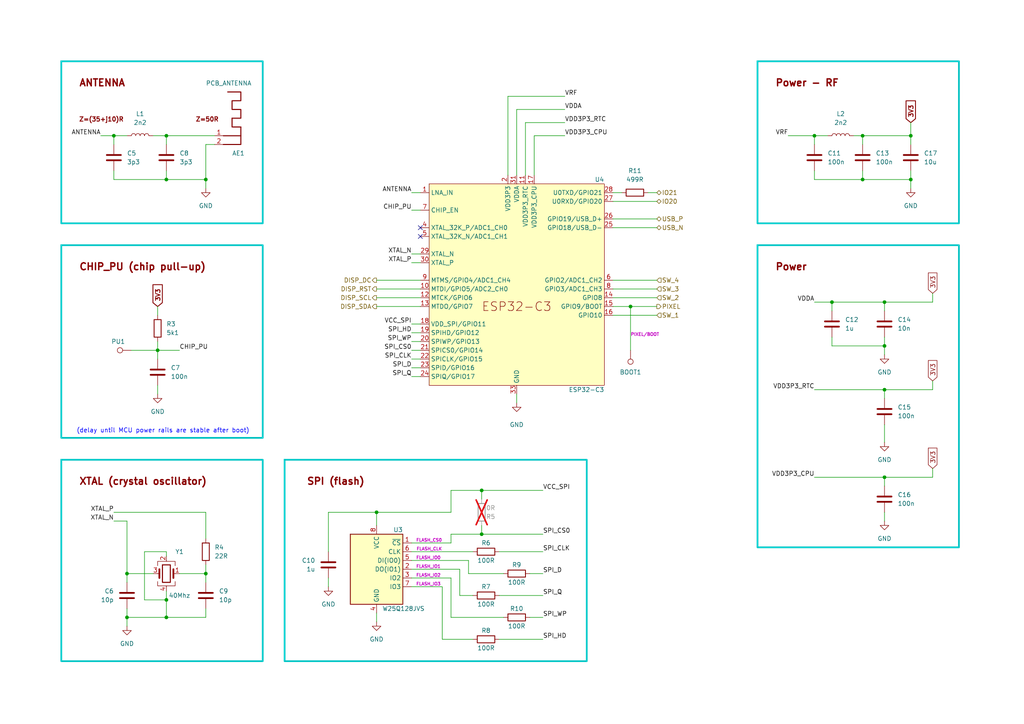
<source format=kicad_sch>
(kicad_sch (version 20230121) (generator eeschema)
  (paper "A4")
  (title_block (title "Firefly Pixie") (date "2023-10-24") (rev "rev.4.3"))
  (lib_symbols
    (symbol "Connector:TestPoint" (pin_numbers hide) (pin_names (offset 0.762) hide)
      (property "Reference" "TP" (at 0 6.858 0))
      (property "Value" "TestPoint" (at 0 5.08 0))
      (symbol "TestPoint_0_1"
        (circle (center 0 3.302) (radius 0.762))
      )
      (symbol "TestPoint_1_1"
        (pin passive line (at 0 0 90) (length 2.54) (name "1") (number "1"))
      )
    )
    (symbol "Device:C" (pin_numbers hide) (pin_names (offset 0.254))
      (property "Reference" "C" (at 0.635 2.54 0))
      (property "Value" "C" (at 0.635 -2.54 0))
      (symbol "C_0_1"
        (polyline (pts (xy -2.032 -0.762) (xy 2.032 -0.762)) (stroke (width 0.508)))
        (polyline (pts (xy -2.032 0.762) (xy 2.032 0.762)) (stroke (width 0.508)))
      )
      (symbol "C_1_1"
        (pin passive line (at 0 3.81 270) (length 2.794) (name "~") (number "1"))
        (pin passive line (at 0 -3.81 90) (length 2.794) (name "~") (number "2"))
      )
    )
    (symbol "Device:Crystal_GND24" (pin_names (offset 1.016) hide)
      (property "Reference" "Y" (at 3.175 5.08 0))
      (property "Value" "Crystal_GND24" (at 3.175 3.175 0))
      (symbol "Crystal_GND24_0_1"
        (rectangle (start -1.143 2.54) (end 1.143 -2.54) (stroke (width 0.3048)))
        (polyline (pts (xy -2.54 0) (xy -2.032 0)))
        (polyline (pts (xy -2.032 -1.27) (xy -2.032 1.27)) (stroke (width 0.508)))
        (polyline (pts (xy 0 -3.81) (xy 0 -3.556)))
        (polyline (pts (xy 0 3.556) (xy 0 3.81)))
        (polyline (pts (xy 2.032 -1.27) (xy 2.032 1.27)) (stroke (width 0.508)))
        (polyline (pts (xy 2.032 0) (xy 2.54 0)))
        (polyline (pts (xy -2.54 -2.286) (xy -2.54 -3.556) (xy 2.54 -3.556) (xy 2.54 -2.286)))
        (polyline (pts (xy -2.54 2.286) (xy -2.54 3.556) (xy 2.54 3.556) (xy 2.54 2.286)))
      )
      (symbol "Crystal_GND24_1_1"
        (pin passive line (at -3.81 0 0) (length 1.27) (name "1") (number "1"))
        (pin passive line (at 0 5.08 270) (length 1.27) (name "2") (number "2"))
        (pin passive line (at 3.81 0 180) (length 1.27) (name "3") (number "3"))
        (pin passive line (at 0 -5.08 90) (length 1.27) (name "4") (number "4"))
      )
    )
    (symbol "Device:L" (pin_numbers hide) (pin_names (offset 1.016) hide)
      (property "Reference" "L" (at -1.27 0 90))
      (property "Value" "L" (at 1.905 0 90))
      (symbol "L_0_1"
        (arc (start 0 -2.54) (mid 0.6323 -1.905) (end 0 -1.27))
        (arc (start 0 -1.27) (mid 0.6323 -0.635) (end 0 0))
        (arc (start 0 0) (mid 0.6323 0.635) (end 0 1.27))
        (arc (start 0 1.27) (mid 0.6323 1.905) (end 0 2.54))
      )
      (symbol "L_1_1"
        (pin passive line (at 0 3.81 270) (length 1.27) (name "1") (number "1"))
        (pin passive line (at 0 -3.81 90) (length 1.27) (name "2") (number "2"))
      )
    )
    (symbol "Device:R" (pin_numbers hide) (pin_names (offset 0))
      (property "Reference" "R" (at 2.032 0 90))
      (property "Value" "R" (at 0 0 90))
      (symbol "R_0_1"
        (rectangle (start -1.016 -2.54) (end 1.016 2.54) (stroke (width 0.254)))
      )
      (symbol "R_1_1"
        (pin passive line (at 0 3.81 270) (length 1.27) (name "~") (number "1"))
        (pin passive line (at 0 -3.81 90) (length 1.27) (name "~") (number "2"))
      )
    )
    (symbol "Firefly:PCB_ANTENNA" (in_bom no)
      (property "Reference" "AE" (at 0 0 0))
      (property "Value" "PCB_ANTENNA" (at 0 0 0))
      (symbol "PCB_ANTENNA_0_1"
        (polyline (pts (xy 0 -6.35) (xy -5.08 -6.35)) (stroke (width 0.3)))
        (polyline (pts (xy -2.54 -1.27) (xy -2.54 -3.81) (xy 0 -3.81)) (stroke (width 0.3)))
        (polyline (pts (xy 0 -3.81) (xy 0 -6.35) (xy 0 -8.89) (xy -5.08 -8.89)) (stroke (width 0.3)))
        (polyline (pts (xy -3.81 6.35) (xy 0 6.35) (xy 0 3.81) (xy -2.54 3.81) (xy -2.54 1.27) (xy 0 1.27) (xy 0 -1.27) (xy -2.54 -1.27)) (stroke (width 0.3)))
      )
      (symbol "PCB_ANTENNA_1_1"
        (pin input line (at -7.62 -6.35 0) (length 2.54) (name "") (number "1"))
        (pin input line (at -7.62 -8.89 0) (length 2.54) (name "") (number "2"))
      )
    )
    (symbol "Memory_Flash:W25Q128JVS"
      (property "Reference" "U" (at -8.89 8.89 0))
      (property "Value" "W25Q128JVS" (at 7.62 8.89 0))
      (symbol "W25Q128JVS_0_1"
        (rectangle (start -7.62 10.16) (end 7.62 -10.16) (stroke (width 0.254)) (fill (type background)))
      )
      (symbol "W25Q128JVS_1_1"
        (pin input line (at -10.16 7.62 0) (length 2.54) (name "~{CS}") (number "1"))
        (pin bidirectional line (at -10.16 0 0) (length 2.54) (name "DO(IO1)") (number "2"))
        (pin bidirectional line (at -10.16 -2.54 0) (length 2.54) (name "IO2") (number "3"))
        (pin power_in line (at 0 -12.7 90) (length 2.54) (name "GND") (number "4"))
        (pin bidirectional line (at -10.16 2.54 0) (length 2.54) (name "DI(IO0)") (number "5"))
        (pin input line (at -10.16 5.08 0) (length 2.54) (name "CLK") (number "6"))
        (pin bidirectional line (at -10.16 -5.08 0) (length 2.54) (name "IO3") (number "7"))
        (pin power_in line (at 0 12.7 270) (length 2.54) (name "VCC") (number "8"))
      )
    )
    (symbol "PCM_Espressif:ESP32-C3"
      (property "Reference" "U" (at -25.4 35.56 0))
      (property "Value" "ESP32-C3" (at -25.4 33.02 0))
      (symbol "ESP32-C3_0_0"
        (text "ESP32-C3" (at 0 -5.08 0) (effects (font (size 2.54 2.54))))
        (pin bidirectional line (at -27.94 27.94 0) (length 2.54) (name "LNA_IN") (number "1"))
        (pin bidirectional line (at -27.94 0 0) (length 2.54) (name "MTDI/GPIO5/ADC2_CH0") (number "10"))
        (pin power_in line (at 2.54 33.02 270) (length 2.54) (name "VDD3P3_RTC") (number "11"))
        (pin bidirectional line (at -27.94 -2.54 0) (length 2.54) (name "MTCK/GPIO6") (number "12"))
        (pin bidirectional line (at -27.94 -5.08 0) (length 2.54) (name "MTDO/GPIO7") (number "13"))
        (pin bidirectional line (at 27.94 -2.54 180) (length 2.54) (name "GPIO8") (number "14"))
        (pin bidirectional line (at 27.94 -5.08 180) (length 2.54) (name "GPIO9/BOOT") (number "15"))
        (pin bidirectional line (at 27.94 -7.62 180) (length 2.54) (name "GPIO10") (number "16"))
        (pin power_in line (at 5.08 33.02 270) (length 2.54) (name "VDD3P3_CPU") (number "17"))
        (pin bidirectional line (at -27.94 -10.16 0) (length 2.54) (name "VDD_SPI/GPIO11") (number "18"))
        (pin bidirectional line (at -27.94 -12.7 0) (length 2.54) (name "SPIHD/GPIO12") (number "19"))
        (pin power_in line (at -2.54 33.02 270) (length 2.54) (name "VDD3P3") (number "2"))
        (pin bidirectional line (at -27.94 -15.24 0) (length 2.54) (name "SPIWP/GPIO13") (number "20"))
        (pin bidirectional line (at -27.94 -17.78 0) (length 2.54) (name "SPICS0/GPIO14") (number "21"))
        (pin bidirectional line (at -27.94 -20.32 0) (length 2.54) (name "SPICLK/GPIO15") (number "22"))
        (pin bidirectional line (at -27.94 -22.86 0) (length 2.54) (name "SPID/GPIO16") (number "23"))
        (pin bidirectional line (at -27.94 -25.4 0) (length 2.54) (name "SPIQ/GPIO17") (number "24"))
        (pin bidirectional line (at 27.94 17.78 180) (length 2.54) (name "GPIO18/USB_D-") (number "25"))
        (pin bidirectional line (at 27.94 20.32 180) (length 2.54) (name "GPIO19/USB_D+") (number "26"))
        (pin bidirectional line (at 27.94 25.4 180) (length 2.54) (name "U0RXD/GPIO20") (number "27"))
        (pin bidirectional line (at 27.94 27.94 180) (length 2.54) (name "U0TXD/GPIO21") (number "28"))
        (pin output line (at -27.94 10.16 0) (length 2.54) (name "XTAL_N") (number "29"))
        (pin input line (at -27.94 7.62 0) (length 2.54) (name "XTAL_P") (number "30"))
        (pin power_in line (at 0 33.02 270) (length 2.54) (name "VDDA") (number "31"))
        (pin power_in line (at 0 -30.48 90) (length 2.54) (name "GND") (number "33"))
        (pin output line (at -27.94 17.78 0) (length 2.54) (name "XTAL_32K_P/ADC1_CH0") (number "4"))
        (pin input line (at -27.94 15.24 0) (length 2.54) (name "XTAL_32K_N/ADC1_CH1") (number "5"))
        (pin bidirectional line (at 27.94 2.54 180) (length 2.54) (name "GPIO2/ADC1_CH2") (number "6"))
        (pin input line (at -27.94 22.86 0) (length 2.54) (name "CHIP_EN") (number "7"))
        (pin bidirectional line (at 27.94 0 180) (length 2.54) (name "GPIO3/ADC1_CH3") (number "8"))
        (pin bidirectional line (at -27.94 2.54 0) (length 2.54) (name "MTMS/GPIO4/ADC1_CH4") (number "9"))
      )
      (symbol "ESP32-C3_0_1"
        (rectangle (start -25.4 30.48) (end 25.4 -27.94) (fill (type background)))
        (pin passive line (at -2.54 33.02 270) (length 2.54) hide (name "VDD3P3") (number "3"))
        (pin passive line (at 0 33.02 270) (length 2.54) hide (name "VDDA") (number "32"))
      )
    )
    (symbol "power:GND" (power) (pin_names (offset 0))
      (property "Value" "GND" (at 0 -3.81 0))
      (symbol "GND_0_1"
        (polyline (pts (xy 0 0) (xy 0 -1.27) (xy 1.27 -1.27) (xy 0 -2.54) (xy -1.27 -1.27) (xy 0 -1.27)))
      )
      (symbol "GND_1_1"
        (pin power_in line (at 0 0 270) (length 0) hide (name "GND") (number "1"))
      )
    )
  )
  (junction (at 250.19 52.07))
  (junction (at 256.54 87.63))
  (junction (at 48.26 39.37))
  (junction (at 36.83 179.07))
  (junction (at 139.7 154.94))
  (junction (at 45.72 101.6))
  (junction (at 264.16 52.07))
  (junction (at 36.83 166.37))
  (junction (at 256.54 113.03))
  (junction (at 48.26 179.07))
  (junction (at 256.54 100.33))
  (junction (at 59.69 52.07))
  (junction (at 250.19 39.37))
  (junction (at 33.02 39.37))
  (junction (at 109.22 148.59))
  (junction (at 241.3 87.63))
  (junction (at 48.26 173.99))
  (junction (at 59.69 166.37))
  (junction (at 264.16 39.37))
  (junction (at 139.7 142.24))
  (junction (at 256.54 138.43))
  (junction (at 48.26 52.07))
  (junction (at 236.22 39.37))
  (junction (at 182.88 88.9))
  (no_connect (at 121.92 66.04))
  (no_connect (at 121.92 68.58))
  (wire (pts (xy 256.54 148.59) (xy 256.54 151.13)))
  (wire (pts (xy 236.22 39.37) (xy 236.22 41.91)))
  (wire (pts (xy 256.54 100.33) (xy 256.54 102.87)))
  (wire (pts (xy 153.67 166.37) (xy 157.48 166.37)))
  (wire (pts (xy 130.81 148.59) (xy 109.22 148.59)))
  (wire (pts (xy 109.22 177.8) (xy 109.22 180.34)))
  (wire (pts (xy 130.81 157.48) (xy 130.81 154.94)))
  (wire (pts (xy 256.54 97.79) (xy 256.54 100.33)))
  (wire (pts (xy 177.8 86.36) (xy 190.5 86.36)))
  (wire (pts (xy 236.22 138.43) (xy 256.54 138.43)))
  (wire (pts (xy 130.81 167.64) (xy 130.81 179.07)))
  (wire (pts (xy 41.91 173.99) (xy 48.26 173.99)))
  (wire (pts (xy 119.38 104.14) (xy 121.92 104.14)))
  (wire (pts (xy 119.38 93.98) (xy 121.92 93.98)))
  (wire (pts (xy 95.25 167.64) (xy 95.25 170.18)))
  (wire (pts (xy 119.38 76.2) (xy 121.92 76.2)))
  (wire (pts (xy 135.89 166.37) (xy 146.05 166.37)))
  (wire (pts (xy 147.32 27.94) (xy 163.83 27.94)))
  (wire (pts (xy 130.81 142.24) (xy 130.81 148.59)))
  (wire (pts (xy 48.26 39.37) (xy 48.26 41.91)))
  (wire (pts (xy 128.27 170.18) (xy 128.27 185.42)))
  (wire (pts (xy 33.02 148.59) (xy 59.69 148.59)))
  (wire (pts (xy 29.21 39.37) (xy 33.02 39.37)))
  (wire (pts (xy 33.02 52.07) (xy 48.26 52.07)))
  (wire (pts (xy 152.4 35.56) (xy 163.83 35.56)))
  (wire (pts (xy 36.83 176.53) (xy 36.83 179.07)))
  (wire (pts (xy 119.38 165.1) (xy 133.35 165.1)))
  (wire (pts (xy 48.26 179.07) (xy 36.83 179.07)))
  (wire (pts (xy 182.88 88.9) (xy 190.5 88.9)))
  (wire (pts (xy 119.38 73.66) (xy 121.92 73.66)))
  (wire (pts (xy 38.1 101.6) (xy 45.72 101.6)))
  (wire (pts (xy 59.69 166.37) (xy 59.69 168.91)))
  (wire (pts (xy 36.83 179.07) (xy 36.83 181.61)))
  (wire (pts (xy 45.72 91.44) (xy 45.72 88.9)))
  (wire (pts (xy 36.83 151.13) (xy 36.83 166.37)))
  (wire (pts (xy 187.96 55.88) (xy 190.5 55.88)))
  (wire (pts (xy 36.83 166.37) (xy 44.45 166.37)))
  (wire (pts (xy 109.22 81.28) (xy 121.92 81.28)))
  (wire (pts (xy 270.51 87.63) (xy 256.54 87.63)))
  (wire (pts (xy 241.3 87.63) (xy 241.3 90.17)))
  (wire (pts (xy 139.7 154.94) (xy 157.48 154.94)))
  (wire (pts (xy 144.78 160.02) (xy 157.48 160.02)))
  (wire (pts (xy 52.07 166.37) (xy 59.69 166.37)))
  (wire (pts (xy 33.02 39.37) (xy 36.83 39.37)))
  (wire (pts (xy 45.72 111.76) (xy 45.72 114.3)))
  (wire (pts (xy 36.83 168.91) (xy 36.83 166.37)))
  (wire (pts (xy 241.3 87.63) (xy 256.54 87.63)))
  (wire (pts (xy 119.38 170.18) (xy 128.27 170.18)))
  (wire (pts (xy 177.8 63.5) (xy 190.5 63.5)))
  (wire (pts (xy 119.38 60.96) (xy 121.92 60.96)))
  (wire (pts (xy 48.26 160.02) (xy 41.91 160.02)))
  (wire (pts (xy 109.22 148.59) (xy 109.22 152.4)))
  (wire (pts (xy 153.67 179.07) (xy 157.48 179.07)))
  (wire (pts (xy 45.72 101.6) (xy 52.07 101.6)))
  (wire (pts (xy 241.3 100.33) (xy 241.3 97.79)))
  (wire (pts (xy 130.81 142.24) (xy 139.7 142.24)))
  (wire (pts (xy 59.69 52.07) (xy 59.69 54.61)))
  (wire (pts (xy 119.38 55.88) (xy 121.92 55.88)))
  (wire (pts (xy 177.8 83.82) (xy 190.5 83.82)))
  (wire (pts (xy 250.19 39.37) (xy 250.19 41.91)))
  (wire (pts (xy 139.7 142.24) (xy 139.7 144.78)))
  (wire (pts (xy 241.3 100.33) (xy 256.54 100.33)))
  (wire (pts (xy 236.22 52.07) (xy 250.19 52.07)))
  (wire (pts (xy 149.86 50.8) (xy 149.86 31.75)))
  (wire (pts (xy 256.54 113.03) (xy 270.51 113.03)))
  (wire (pts (xy 144.78 172.72) (xy 157.48 172.72)))
  (wire (pts (xy 135.89 166.37) (xy 135.89 162.56)))
  (wire (pts (xy 177.8 55.88) (xy 180.34 55.88)))
  (wire (pts (xy 44.45 39.37) (xy 48.26 39.37)))
  (wire (pts (xy 264.16 52.07) (xy 264.16 54.61)))
  (wire (pts (xy 59.69 41.91) (xy 59.69 52.07)))
  (wire (pts (xy 48.26 49.53) (xy 48.26 52.07)))
  (wire (pts (xy 95.25 148.59) (xy 109.22 148.59)))
  (wire (pts (xy 109.22 83.82) (xy 121.92 83.82)))
  (wire (pts (xy 250.19 49.53) (xy 250.19 52.07)))
  (wire (pts (xy 133.35 172.72) (xy 137.16 172.72)))
  (wire (pts (xy 256.54 115.57) (xy 256.54 113.03)))
  (wire (pts (xy 119.38 167.64) (xy 130.81 167.64)))
  (wire (pts (xy 59.69 176.53) (xy 59.69 179.07)))
  (wire (pts (xy 139.7 142.24) (xy 157.48 142.24)))
  (wire (pts (xy 59.69 52.07) (xy 48.26 52.07)))
  (wire (pts (xy 228.6 39.37) (xy 236.22 39.37)))
  (wire (pts (xy 119.38 101.6) (xy 121.92 101.6)))
  (wire (pts (xy 149.86 114.3) (xy 149.86 116.84)))
  (wire (pts (xy 119.38 99.06) (xy 121.92 99.06)))
  (wire (pts (xy 95.25 148.59) (xy 95.25 160.02)))
  (wire (pts (xy 130.81 154.94) (xy 139.7 154.94)))
  (wire (pts (xy 147.32 27.94) (xy 147.32 50.8)))
  (wire (pts (xy 119.38 96.52) (xy 121.92 96.52)))
  (wire (pts (xy 119.38 109.22) (xy 121.92 109.22)))
  (wire (pts (xy 236.22 87.63) (xy 241.3 87.63)))
  (wire (pts (xy 264.16 35.56) (xy 264.16 39.37)))
  (wire (pts (xy 119.38 106.68) (xy 121.92 106.68)))
  (wire (pts (xy 109.22 86.36) (xy 121.92 86.36)))
  (wire (pts (xy 182.88 88.9) (xy 182.88 101.6)))
  (wire (pts (xy 256.54 138.43) (xy 270.51 138.43)))
  (wire (pts (xy 119.38 160.02) (xy 137.16 160.02)))
  (wire (pts (xy 177.8 88.9) (xy 182.88 88.9)))
  (wire (pts (xy 152.4 50.8) (xy 152.4 35.56)))
  (wire (pts (xy 59.69 148.59) (xy 59.69 156.21)))
  (wire (pts (xy 128.27 185.42) (xy 137.16 185.42)))
  (wire (pts (xy 33.02 151.13) (xy 36.83 151.13)))
  (wire (pts (xy 33.02 39.37) (xy 33.02 41.91)))
  (wire (pts (xy 236.22 49.53) (xy 236.22 52.07)))
  (wire (pts (xy 264.16 39.37) (xy 250.19 39.37)))
  (wire (pts (xy 119.38 157.48) (xy 130.81 157.48)))
  (wire (pts (xy 177.8 81.28) (xy 190.5 81.28)))
  (wire (pts (xy 45.72 99.06) (xy 45.72 101.6)))
  (wire (pts (xy 45.72 101.6) (xy 45.72 104.14)))
  (wire (pts (xy 139.7 152.4) (xy 139.7 154.94)))
  (wire (pts (xy 264.16 52.07) (xy 264.16 49.53)))
  (wire (pts (xy 270.51 110.49) (xy 270.51 113.03)))
  (wire (pts (xy 59.69 179.07) (xy 48.26 179.07)))
  (wire (pts (xy 62.23 41.91) (xy 59.69 41.91)))
  (wire (pts (xy 144.78 185.42) (xy 157.48 185.42)))
  (wire (pts (xy 109.22 88.9) (xy 121.92 88.9)))
  (wire (pts (xy 154.94 50.8) (xy 154.94 39.37)))
  (wire (pts (xy 149.86 31.75) (xy 163.83 31.75)))
  (wire (pts (xy 256.54 138.43) (xy 256.54 140.97)))
  (wire (pts (xy 270.51 85.09) (xy 270.51 87.63)))
  (wire (pts (xy 135.89 162.56) (xy 119.38 162.56)))
  (wire (pts (xy 41.91 160.02) (xy 41.91 173.99)))
  (wire (pts (xy 177.8 58.42) (xy 190.5 58.42)))
  (wire (pts (xy 236.22 39.37) (xy 240.03 39.37)))
  (wire (pts (xy 48.26 171.45) (xy 48.26 173.99)))
  (wire (pts (xy 33.02 49.53) (xy 33.02 52.07)))
  (wire (pts (xy 256.54 87.63) (xy 256.54 90.17)))
  (wire (pts (xy 59.69 166.37) (xy 59.69 163.83)))
  (wire (pts (xy 250.19 39.37) (xy 247.65 39.37)))
  (wire (pts (xy 264.16 41.91) (xy 264.16 39.37)))
  (wire (pts (xy 250.19 52.07) (xy 264.16 52.07)))
  (wire (pts (xy 154.94 39.37) (xy 163.83 39.37)))
  (wire (pts (xy 48.26 161.29) (xy 48.26 160.02)))
  (wire (pts (xy 177.8 91.44) (xy 190.5 91.44)))
  (wire (pts (xy 256.54 123.19) (xy 256.54 128.27)))
  (wire (pts (xy 130.81 179.07) (xy 146.05 179.07)))
  (wire (pts (xy 48.26 39.37) (xy 62.23 39.37)))
  (wire (pts (xy 48.26 173.99) (xy 48.26 179.07)))
  (wire (pts (xy 133.35 165.1) (xy 133.35 172.72)))
  (wire (pts (xy 270.51 135.89) (xy 270.51 138.43)))
  (wire (pts (xy 177.8 66.04) (xy 190.5 66.04)))
  (wire (pts (xy 236.22 113.03) (xy 256.54 113.03)))
  (rectangle (start 17.78 17.78) (end 76.2 64.77) (stroke (width 0.5) (color 0 194 194 1)))
  (rectangle (start 17.78 71.12) (end 76.2 127) (stroke (width 0.5) (color 0 194 194 1)))
  (rectangle (start 219.71 17.78) (end 278.13 64.77) (stroke (width 0.5) (color 0 194 194 1)))
  (rectangle (start 17.78 133.35) (end 76.2 191.77) (stroke (width 0.5) (color 0 194 194 1)))
  (rectangle (start 82.55 133.35) (end 170.18 191.77) (stroke (width 0.5) (color 0 194 194 1)))
  (rectangle (start 219.71 71.12) (end 278.13 158.75) (stroke (width 0.5) (color 0 194 194 1)))
  (text "Power - RF" (at 224.79 25.4 0) (effects (font (size 2 2) (thickness 0.4) bold) (justify left bottom)))
  (text "Z=50R" (at 63.5 35.56 0) (effects (font (size 1.27 1.27) bold) (justify right bottom)))
  (text "XTAL (crystal oscillator)" (at 22.86 140.97 0) (effects (font (size 2 2) (thickness 0.4) bold) (justify left bottom)))
  (text "Z=(35+j10)R" (at 22.86 35.56 0) (effects (font (size 1.27 1.27) bold) (justify left bottom)))
  (text "Power" (at 224.79 78.74 0) (effects (font (size 2 2) (thickness 0.4) bold) (justify left bottom)))
  (text "SPI (flash)" (at 88.9 140.97 0) (effects (font (size 2 2) (thickness 0.4) bold) (justify left bottom)))
  (text "(delay until MCU power rails are stable after boot)" (at 72.39 125.73 0) (effects (font (size 1.27 1.27)) (justify right bottom)))
  (text "ANTENNA" (at 22.86 25.4 0) (effects (font (size 2 2) (thickness 0.4) bold) (justify left bottom)))
  (text "CHIP_PU (chip pull-up)" (at 22.86 78.74 0) (effects (font (size 2 2) (thickness 0.4) bold) (justify left bottom)))
  (label "SPI_CS0" (at 119.38 101.6 180))
  (label "FLASH_IO0" (at 120.65 162.56 0) (effects (font (size 0.9 0.9) (thickness 0.18) bold)))
  (label "SPI_WP" (at 157.48 179.07 0))
  (label "VDDA" (at 163.83 31.75 0))
  (label "VCC_SPI" (at 157.48 142.24 0))
  (label "SPI_WP" (at 119.38 99.06 180))
  (label "PIXEL{slash}BOOT" (at 182.88 97.79 0) (effects (font (size 0.9 0.9) (thickness 0.18) bold)))
  (label "SPI_HD" (at 119.38 96.52 180))
  (label "FLASH_IO2" (at 120.65 167.64 0) (effects (font (size 0.9 0.9) (thickness 0.18) bold)))
  (label "VDD3P3_RTC" (at 236.22 113.03 180))
  (label "SPI_HD" (at 157.48 185.42 0))
  (label "XTAL_N" (at 119.38 73.66 180))
  (label "FLASH_IO1" (at 120.65 165.1 0) (effects (font (size 0.9 0.9) (thickness 0.18) bold)))
  (label "VDDA" (at 236.22 87.63 180))
  (label "FLASH_IO3" (at 120.65 170.18 0) (effects (font (size 0.9 0.9) (thickness 0.18) bold)))
  (label "VDD3P3_RTC" (at 163.83 35.56 0))
  (label "SPI_D" (at 119.38 106.68 180))
  (label "FLASH_CLK" (at 128.27 160.02 180) (effects (font (size 0.9 0.9) (thickness 0.18) bold)))
  (label "ANTENNA" (at 29.21 39.37 180))
  (label "SPI_CS0" (at 157.48 154.94 0))
  (label "SPI_Q" (at 119.38 109.22 180))
  (label "SPI_Q" (at 157.48 172.72 0))
  (label "FLASH_CS0" (at 120.65 157.48 0) (effects (font (size 0.9 0.9) (thickness 0.18) bold)))
  (label "VDD3P3_CPU" (at 236.22 138.43 180))
  (label "VRF" (at 163.83 27.94 0))
  (label "VDD3P3_CPU" (at 163.83 39.37 0))
  (label "SPI_CLK" (at 157.48 160.02 0))
  (label "XTAL_P" (at 33.02 148.59 180))
  (label "XTAL_N" (at 33.02 151.13 180))
  (label "ANTENNA" (at 119.38 55.88 180))
  (label "VCC_SPI" (at 119.38 93.98 180))
  (label "SPI_D" (at 157.48 166.37 0))
  (label "CHIP_PU" (at 119.38 60.96 180))
  (label "CHIP_PU" (at 52.07 101.6 0))
  (label "SPI_CLK" (at 119.38 104.14 180))
  (label "XTAL_P" (at 119.38 76.2 180))
  (label "VRF" (at 228.6 39.37 180))
  (global_label "3V3" (shape input) (at 270.51 110.49 90) (property "Intersheetrefs" "${INTERSHEET_REFS}" (effects hide)))
  (global_label "3V3" (shape input) (at 45.72 88.9 90) (effects (font bold)) (property "Intersheetrefs" "${INTERSHEET_REFS}" (effects hide)))
  (global_label "3V3" (shape input) (at 270.51 135.89 90) (property "Intersheetrefs" "${INTERSHEET_REFS}" (effects hide)))
  (global_label "3V3" (shape input) (at 264.16 35.56 90) (effects (font bold)) (property "Intersheetrefs" "${INTERSHEET_REFS}" (effects hide)))
  (global_label "3V3" (shape input) (at 270.51 85.09 90) (property "Intersheetrefs" "${INTERSHEET_REFS}" (effects hide)))
  (hierarchical_label "USB_N" (shape bidirectional) (at 190.5 66.04 0))
  (hierarchical_label "SW_4" (shape input) (at 190.5 81.28 0))
  (hierarchical_label "SW_3" (shape input) (at 190.5 83.82 0))
  (hierarchical_label "DISP_SDA" (shape output) (at 109.22 88.9 180))
  (hierarchical_label "SW_1" (shape input) (at 190.5 91.44 0))
  (hierarchical_label "IO21" (shape bidirectional) (at 190.5 55.88 0))
  (hierarchical_label "DISP_SCL" (shape output) (at 109.22 86.36 180))
  (hierarchical_label "USB_P" (shape bidirectional) (at 190.5 63.5 0))
  (hierarchical_label "PIXEL" (shape output) (at 190.5 88.9 0))
  (hierarchical_label "SW_2" (shape input) (at 190.5 86.36 0))
  (hierarchical_label "IO20" (shape bidirectional) (at 190.5 58.42 0))
  (hierarchical_label "DISP_RST" (shape output) (at 109.22 83.82 180))
  (hierarchical_label "DISP_DC" (shape output) (at 109.22 81.28 180))
  (symbol (lib_id "power:GND") (at 36.83 181.61 0) (mirror y) (unit 1)
    (property "Reference" "#PWR08" (effects hide))
    (property "Value" "GND" (at 36.83 186.69 0))
  )
  (symbol (lib_id "power:GND") (at 149.86 116.84 0) (unit 1)
    (property "Reference" "#PWR013" (effects hide))
    (property "Value" "GND" (at 149.86 123.19 0))
  )
  (symbol (lib_id "Device:R") (at 140.97 172.72 90) (unit 1)
    (property "Reference" "R7" (at 140.97 170.18 90))
    (property "Value" "100R" (at 140.97 175.26 90))
    (property "Footprint" "Resistor_SMD:R_0201_0603Metric" (effects hide))
    (property "MPN" "C77623" (effects hide))
  )
  (symbol (lib_id "Firefly:PCB_ANTENNA") (at 69.85 33.02 0) (unit 1) (in_bom no)
    (property "Reference" "AE1" (at 67.31 44.45 0) (effects (justify left)))
    (property "Value" "PCB_ANTENNA" (at 59.69 24.13 0) (effects (justify left)))
    (property "Footprint" "firefly:PCB_Antenna" (effects hide))
  )
  (symbol (lib_id "Device:R") (at 59.69 160.02 0) (mirror y) (unit 1)
    (property "Reference" "R4" (at 62.23 158.75 0) (effects (justify right)))
    (property "Value" "22R" (at 62.23 161.29 0) (effects (justify right)))
    (property "Footprint" "Resistor_SMD:R_0201_0603Metric" (effects hide))
    (property "MPN" "C270355" (effects hide))
  )
  (symbol (lib_id "Device:C") (at 48.26 45.72 0) (unit 1)
    (property "Reference" "C8" (at 52.07 44.4499 0) (effects (justify left)))
    (property "Value" "3p3" (at 52.07 46.9899 0) (effects (justify left)))
    (property "Footprint" "Capacitor_SMD:C_0201_0603Metric" (effects hide))
    (property "MPN" "C258460" (effects hide))
  )
  (symbol (lib_id "Connector:TestPoint") (at 182.88 101.6 0) (mirror x) (unit 1) (in_bom no)
    (property "Reference" "BOOT1" (at 182.88 107.95 0))
    (property "Value" "TestPoint" (effects hide))
    (property "Footprint" "TestPoint:TestPoint_Pad_D1.0mm" (effects hide))
  )
  (symbol (lib_id "power:GND") (at 256.54 151.13 0) (unit 1)
    (property "Reference" "#PWR016" (effects hide))
    (property "Value" "GND" (at 256.54 156.21 0))
  )
  (symbol (lib_id "Device:R") (at 149.86 166.37 90) (unit 1)
    (property "Reference" "R9" (at 149.86 163.83 90))
    (property "Value" "100R" (at 149.86 168.91 90))
    (property "Footprint" "Resistor_SMD:R_0201_0603Metric" (effects hide))
    (property "MPN" "C77623" (effects hide))
  )
  (symbol (lib_id "power:GND") (at 45.72 114.3 0) (unit 1)
    (property "Reference" "#PWR09" (effects hide))
    (property "Value" "GND" (at 45.72 119.38 0))
  )
  (symbol (lib_id "Device:L") (at 243.84 39.37 90) (unit 1)
    (property "Reference" "L2" (at 243.84 33.02 90))
    (property "Value" "2n2" (at 243.84 35.56 90))
    (property "Footprint" "Inductor_SMD:L_0201_0603Metric" (effects hide))
    (property "MPN" "C98041" (effects hide))
  )
  (symbol (lib_id "Device:C") (at 59.69 172.72 0) (mirror y) (unit 1)
    (property "Reference" "C9" (at 63.5 171.45 0) (effects (justify right)))
    (property "Value" "10p" (at 63.5 173.99 0) (effects (justify right)))
    (property "Footprint" "Capacitor_SMD:C_0201_0603Metric" (effects hide))
    (property "MPN" "C272871" (effects hide))
  )
  (symbol (lib_id "Device:C") (at 95.25 163.83 0) (unit 1)
    (property "Reference" "C10" (at 91.44 162.56 0) (effects (justify right)))
    (property "Value" "1u" (at 91.44 165.1 0) (effects (justify right)))
    (property "Footprint" "Capacitor_SMD:C_0201_0603Metric" (effects hide))
    (property "MPN" "C170153" (effects hide))
  )
  (symbol (lib_id "Device:L") (at 40.64 39.37 90) (unit 1)
    (property "Reference" "L1" (at 40.64 33.02 90))
    (property "Value" "2n2" (at 40.64 35.56 90))
    (property "Footprint" "Inductor_SMD:L_0201_0603Metric" (effects hide))
    (property "MPN" "C98041" (effects hide))
  )
  (symbol (lib_id "power:GND") (at 95.25 170.18 0) (unit 1)
    (property "Reference" "#PWR011" (effects hide))
    (property "Value" "GND" (at 95.25 175.26 0))
  )
  (symbol (lib_id "Device:R") (at 184.15 55.88 90) (unit 1)
    (property "Reference" "R11" (at 184.15 49.53 90))
    (property "Value" "499R" (at 184.15 52.07 90))
    (property "Footprint" "Resistor_SMD:R_0201_0603Metric" (effects hide))
    (property "MPN" "C4354889" (effects hide))
  )
  (symbol (lib_id "Device:Crystal_GND24") (at 48.26 166.37 0) (mirror y) (unit 1)
    (property "Reference" "Y1" (at 52.07 160.02 0))
    (property "Value" "40Mhz" (at 52.07 172.72 0))
    (property "Footprint" "Crystal:Crystal_SMD_2520-4Pin_2.5x2.0mm" (effects hide))
    (property "MPN_old" "C255973" (effects hide))
    (property "MPN" "C409424" (effects hide))
  )
  (symbol (lib_id "Device:C") (at 250.19 45.72 0) (unit 1)
    (property "Reference" "C13" (at 254 44.4499 0) (effects (justify left)))
    (property "Value" "100n" (at 254 46.9899 0) (effects (justify left)))
    (property "Footprint" "Capacitor_SMD:C_0201_0603Metric" (effects hide))
    (property "MPN" "C284966" (effects hide))
  )
  (symbol (lib_id "Connector:TestPoint") (at 38.1 101.6 90) (unit 1) (in_bom no)
    (property "Reference" "PU1" (at 34.29 99.06 90))
    (property "Value" "TestPoint" (effects hide))
    (property "Footprint" "TestPoint:TestPoint_Pad_D1.0mm" (effects hide))
  )
  (symbol (lib_id "Device:C") (at 264.16 45.72 0) (unit 1)
    (property "Reference" "C17" (at 267.97 44.4499 0) (effects (justify left)))
    (property "Value" "10u" (at 267.97 46.9899 0) (effects (justify left)))
    (property "Footprint" "Capacitor_SMD:C_0402_1005Metric" (effects hide))
    (property "MPN" "C315248" (effects hide))
  )
  (symbol (lib_id "Device:C") (at 33.02 45.72 0) (unit 1)
    (property "Reference" "C5" (at 36.83 44.4499 0) (effects (justify left)))
    (property "Value" "3p3" (at 36.83 46.9899 0) (effects (justify left)))
    (property "Footprint" "Capacitor_SMD:C_0201_0603Metric" (effects hide))
    (property "MPN" "C258460" (effects hide))
  )
  (symbol (lib_id "power:GND") (at 256.54 128.27 0) (unit 1)
    (property "Reference" "#PWR015" (effects hide))
    (property "Value" "GND" (at 256.54 133.35 0))
  )
  (symbol (lib_id "Device:C") (at 256.54 119.38 0) (unit 1)
    (property "Reference" "C15" (at 260.35 118.11 0) (effects (justify left)))
    (property "Value" "100n" (at 260.35 120.65 0) (effects (justify left)))
    (property "Footprint" "Capacitor_SMD:C_0201_0603Metric" (effects hide))
    (property "MPN" "C284966" (effects hide))
  )
  (symbol (lib_id "power:GND") (at 109.22 180.34 0) (unit 1)
    (property "Reference" "#PWR012" (effects hide))
    (property "Value" "GND" (at 109.22 185.42 0))
  )
  (symbol (lib_id "power:GND") (at 256.54 102.87 0) (unit 1)
    (property "Reference" "#PWR014" (effects hide))
    (property "Value" "GND" (at 256.54 107.95 0))
  )
  (symbol (lib_id "Device:C") (at 241.3 93.98 0) (unit 1)
    (property "Reference" "C12" (at 245.11 92.71 0) (effects (justify left)))
    (property "Value" "1u" (at 245.11 95.25 0) (effects (justify left)))
    (property "Footprint" "Capacitor_SMD:C_0201_0603Metric" (effects hide))
    (property "MPN" "C170153" (effects hide))
  )
  (symbol (lib_id "Device:R") (at 139.7 148.59 0) (unit 1) (in_bom no) (dnp yes)
    (property "Reference" "R5" (at 140.97 149.86 0) (effects (justify left)))
    (property "Value" "0R" (at 140.97 147.32 0) (effects (justify left)))
    (property "Footprint" "Resistor_SMD:R_0201_0603Metric" (effects hide))
  )
  (symbol (lib_id "Device:R") (at 140.97 160.02 90) (unit 1)
    (property "Reference" "R6" (at 140.97 157.48 90))
    (property "Value" "100R" (at 140.97 162.56 90))
    (property "Footprint" "Resistor_SMD:R_0201_0603Metric" (effects hide))
    (property "MPN" "C77623" (effects hide))
  )
  (symbol (lib_id "PCM_Espressif:ESP32-C3") (at 149.86 83.82 0) (unit 1)
    (property "Reference" "U4" (at 175.26 52.07 0) (effects (justify right)))
    (property "Value" "ESP32-C3" (at 175.26 113.03 0) (effects (justify right)))
    (property "Footprint" "Package_DFN_QFN:QFN-32-1EP_5x5mm_P0.5mm_EP3.1x3.1mm" (effects hide))
    (property "Datasheet" "https://www.espressif.com/sites/default/files/documentation/esp32-c3_datasheet_en.pdf" (effects hide))
    (property "MPN" "C2838500" (effects hide))
  )
  (symbol (lib_id "Device:C") (at 45.72 107.95 0) (unit 1)
    (property "Reference" "C7" (at 49.53 106.6799 0) (effects (justify left)))
    (property "Value" "100n" (at 49.53 109.2199 0) (effects (justify left)))
    (property "Footprint" "Capacitor_SMD:C_0201_0603Metric" (effects hide))
    (property "MPN" "C284966" (effects hide))
  )
  (symbol (lib_id "power:GND") (at 264.16 54.61 0) (unit 1)
    (property "Reference" "#PWR017" (effects hide))
    (property "Value" "GND" (at 264.16 59.69 0))
  )
  (symbol (lib_id "Device:C") (at 236.22 45.72 0) (unit 1)
    (property "Reference" "C11" (at 240.03 44.4499 0) (effects (justify left)))
    (property "Value" "100n" (at 240.03 46.9899 0) (effects (justify left)))
    (property "Footprint" "Capacitor_SMD:C_0201_0603Metric" (effects hide))
    (property "MPN" "C284966" (effects hide))
  )
  (symbol (lib_id "Device:C") (at 256.54 144.78 0) (unit 1)
    (property "Reference" "C16" (at 260.35 143.51 0) (effects (justify left)))
    (property "Value" "100n" (at 260.35 146.05 0) (effects (justify left)))
    (property "Footprint" "Capacitor_SMD:C_0201_0603Metric" (effects hide))
    (property "MPN" "C284966" (effects hide))
  )
  (symbol (lib_id "power:GND") (at 59.69 54.61 0) (unit 1)
    (property "Reference" "#PWR010" (effects hide))
    (property "Value" "GND" (at 59.69 59.69 0))
  )
  (symbol (lib_id "Device:R") (at 45.72 95.25 180) (unit 1)
    (property "Reference" "R3" (at 48.26 93.9799 0) (effects (justify right)))
    (property "Value" "5k1" (at 48.26 96.5199 0) (effects (justify right)))
    (property "Footprint" "Resistor_SMD:R_0201_0603Metric" (effects hide))
    (property "MPN" "C274341" (effects hide))
  )
  (symbol (lib_id "Memory_Flash:W25Q128JVS") (at 109.22 165.1 0) (mirror y) (unit 1)
    (property "Reference" "U3" (at 116.84 153.67 0) (effects (justify left)))
    (property "Value" "W25Q128JVS" (at 123.19 176.53 0) (effects (justify left)))
    (property "Footprint" "Package_SO:SOIC-8_5.23x5.23mm_P1.27mm" (effects hide))
    (property "Datasheet" "http://www.winbond.com/resource-files/w25q128jv_dtr%20revc%2003272018%20plus.pdf" (effects hide))
    (property "MPN" "C97521" (effects hide))
  )
  (symbol (lib_id "Device:R") (at 149.86 179.07 90) (unit 1)
    (property "Reference" "R10" (at 149.86 176.53 90))
    (property "Value" "100R" (at 149.86 181.61 90))
    (property "Footprint" "Resistor_SMD:R_0201_0603Metric" (effects hide))
    (property "MPN" "C77623" (effects hide))
  )
  (symbol (lib_id "Device:R") (at 140.97 185.42 90) (unit 1)
    (property "Reference" "R8" (at 140.97 182.88 90))
    (property "Value" "100R" (at 140.97 187.96 90))
    (property "Footprint" "Resistor_SMD:R_0201_0603Metric" (effects hide))
    (property "MPN" "C77623" (effects hide))
  )
  (symbol (lib_id "Device:C") (at 36.83 172.72 0) (mirror y) (unit 1)
    (property "Reference" "C6" (at 33.02 171.4499 0) (effects (justify left)))
    (property "Value" "10p" (at 33.02 173.9899 0) (effects (justify left)))
    (property "Footprint" "Capacitor_SMD:C_0201_0603Metric" (effects hide))
    (property "MPN" "C272871" (effects hide))
  )
  (symbol (lib_id "Device:C") (at 256.54 93.98 0) (unit 1)
    (property "Reference" "C14" (at 260.35 92.71 0) (effects (justify left)))
    (property "Value" "10n" (at 260.35 95.25 0) (effects (justify left)))
    (property "Footprint" "Capacitor_SMD:C_0201_0603Metric" (effects hide))
    (property "MPN" "C76941" (effects hide))
  )
)
</source>
